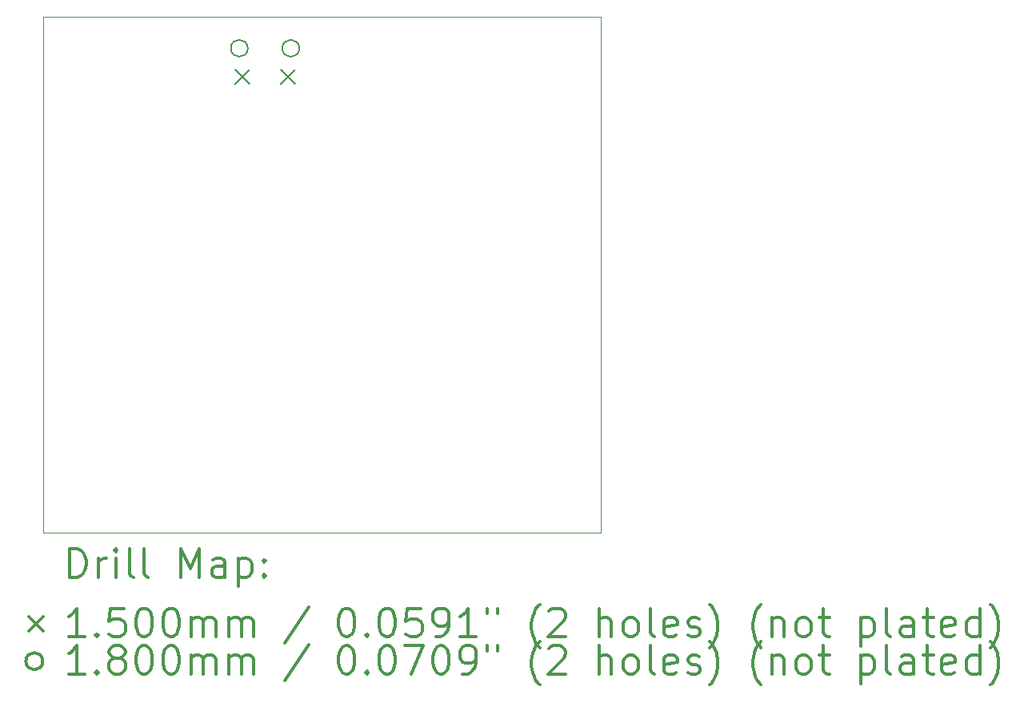
<source format=gbr>
%FSLAX45Y45*%
G04 Gerber Fmt 4.5, Leading zero omitted, Abs format (unit mm)*
G04 Created by KiCad (PCBNEW (5.1.10)-1) date 2021-07-28 22:30:25*
%MOMM*%
%LPD*%
G01*
G04 APERTURE LIST*
%TA.AperFunction,Profile*%
%ADD10C,0.050000*%
%TD*%
%ADD11C,0.200000*%
%ADD12C,0.300000*%
G04 APERTURE END LIST*
D10*
X17145000Y-11811000D02*
X11239500Y-11811000D01*
X11239500Y-6350000D02*
X17145000Y-6350000D01*
X11239500Y-6350000D02*
X11239500Y-11811000D01*
X17145000Y-11811000D02*
X17145000Y-6350000D01*
D11*
X13271500Y-6908500D02*
X13421500Y-7058500D01*
X13421500Y-6908500D02*
X13271500Y-7058500D01*
X13756500Y-6908500D02*
X13906500Y-7058500D01*
X13906500Y-6908500D02*
X13756500Y-7058500D01*
X13406500Y-6680500D02*
G75*
G03*
X13406500Y-6680500I-90000J0D01*
G01*
X13951500Y-6680500D02*
G75*
G03*
X13951500Y-6680500I-90000J0D01*
G01*
D12*
X11523428Y-12279214D02*
X11523428Y-11979214D01*
X11594857Y-11979214D01*
X11637714Y-11993500D01*
X11666286Y-12022071D01*
X11680571Y-12050643D01*
X11694857Y-12107786D01*
X11694857Y-12150643D01*
X11680571Y-12207786D01*
X11666286Y-12236357D01*
X11637714Y-12264929D01*
X11594857Y-12279214D01*
X11523428Y-12279214D01*
X11823428Y-12279214D02*
X11823428Y-12079214D01*
X11823428Y-12136357D02*
X11837714Y-12107786D01*
X11852000Y-12093500D01*
X11880571Y-12079214D01*
X11909143Y-12079214D01*
X12009143Y-12279214D02*
X12009143Y-12079214D01*
X12009143Y-11979214D02*
X11994857Y-11993500D01*
X12009143Y-12007786D01*
X12023428Y-11993500D01*
X12009143Y-11979214D01*
X12009143Y-12007786D01*
X12194857Y-12279214D02*
X12166286Y-12264929D01*
X12152000Y-12236357D01*
X12152000Y-11979214D01*
X12352000Y-12279214D02*
X12323428Y-12264929D01*
X12309143Y-12236357D01*
X12309143Y-11979214D01*
X12694857Y-12279214D02*
X12694857Y-11979214D01*
X12794857Y-12193500D01*
X12894857Y-11979214D01*
X12894857Y-12279214D01*
X13166286Y-12279214D02*
X13166286Y-12122071D01*
X13152000Y-12093500D01*
X13123428Y-12079214D01*
X13066286Y-12079214D01*
X13037714Y-12093500D01*
X13166286Y-12264929D02*
X13137714Y-12279214D01*
X13066286Y-12279214D01*
X13037714Y-12264929D01*
X13023428Y-12236357D01*
X13023428Y-12207786D01*
X13037714Y-12179214D01*
X13066286Y-12164929D01*
X13137714Y-12164929D01*
X13166286Y-12150643D01*
X13309143Y-12079214D02*
X13309143Y-12379214D01*
X13309143Y-12093500D02*
X13337714Y-12079214D01*
X13394857Y-12079214D01*
X13423428Y-12093500D01*
X13437714Y-12107786D01*
X13452000Y-12136357D01*
X13452000Y-12222071D01*
X13437714Y-12250643D01*
X13423428Y-12264929D01*
X13394857Y-12279214D01*
X13337714Y-12279214D01*
X13309143Y-12264929D01*
X13580571Y-12250643D02*
X13594857Y-12264929D01*
X13580571Y-12279214D01*
X13566286Y-12264929D01*
X13580571Y-12250643D01*
X13580571Y-12279214D01*
X13580571Y-12093500D02*
X13594857Y-12107786D01*
X13580571Y-12122071D01*
X13566286Y-12107786D01*
X13580571Y-12093500D01*
X13580571Y-12122071D01*
X11087000Y-12698500D02*
X11237000Y-12848500D01*
X11237000Y-12698500D02*
X11087000Y-12848500D01*
X11680571Y-12909214D02*
X11509143Y-12909214D01*
X11594857Y-12909214D02*
X11594857Y-12609214D01*
X11566286Y-12652071D01*
X11537714Y-12680643D01*
X11509143Y-12694929D01*
X11809143Y-12880643D02*
X11823428Y-12894929D01*
X11809143Y-12909214D01*
X11794857Y-12894929D01*
X11809143Y-12880643D01*
X11809143Y-12909214D01*
X12094857Y-12609214D02*
X11952000Y-12609214D01*
X11937714Y-12752071D01*
X11952000Y-12737786D01*
X11980571Y-12723500D01*
X12052000Y-12723500D01*
X12080571Y-12737786D01*
X12094857Y-12752071D01*
X12109143Y-12780643D01*
X12109143Y-12852071D01*
X12094857Y-12880643D01*
X12080571Y-12894929D01*
X12052000Y-12909214D01*
X11980571Y-12909214D01*
X11952000Y-12894929D01*
X11937714Y-12880643D01*
X12294857Y-12609214D02*
X12323428Y-12609214D01*
X12352000Y-12623500D01*
X12366286Y-12637786D01*
X12380571Y-12666357D01*
X12394857Y-12723500D01*
X12394857Y-12794929D01*
X12380571Y-12852071D01*
X12366286Y-12880643D01*
X12352000Y-12894929D01*
X12323428Y-12909214D01*
X12294857Y-12909214D01*
X12266286Y-12894929D01*
X12252000Y-12880643D01*
X12237714Y-12852071D01*
X12223428Y-12794929D01*
X12223428Y-12723500D01*
X12237714Y-12666357D01*
X12252000Y-12637786D01*
X12266286Y-12623500D01*
X12294857Y-12609214D01*
X12580571Y-12609214D02*
X12609143Y-12609214D01*
X12637714Y-12623500D01*
X12652000Y-12637786D01*
X12666286Y-12666357D01*
X12680571Y-12723500D01*
X12680571Y-12794929D01*
X12666286Y-12852071D01*
X12652000Y-12880643D01*
X12637714Y-12894929D01*
X12609143Y-12909214D01*
X12580571Y-12909214D01*
X12552000Y-12894929D01*
X12537714Y-12880643D01*
X12523428Y-12852071D01*
X12509143Y-12794929D01*
X12509143Y-12723500D01*
X12523428Y-12666357D01*
X12537714Y-12637786D01*
X12552000Y-12623500D01*
X12580571Y-12609214D01*
X12809143Y-12909214D02*
X12809143Y-12709214D01*
X12809143Y-12737786D02*
X12823428Y-12723500D01*
X12852000Y-12709214D01*
X12894857Y-12709214D01*
X12923428Y-12723500D01*
X12937714Y-12752071D01*
X12937714Y-12909214D01*
X12937714Y-12752071D02*
X12952000Y-12723500D01*
X12980571Y-12709214D01*
X13023428Y-12709214D01*
X13052000Y-12723500D01*
X13066286Y-12752071D01*
X13066286Y-12909214D01*
X13209143Y-12909214D02*
X13209143Y-12709214D01*
X13209143Y-12737786D02*
X13223428Y-12723500D01*
X13252000Y-12709214D01*
X13294857Y-12709214D01*
X13323428Y-12723500D01*
X13337714Y-12752071D01*
X13337714Y-12909214D01*
X13337714Y-12752071D02*
X13352000Y-12723500D01*
X13380571Y-12709214D01*
X13423428Y-12709214D01*
X13452000Y-12723500D01*
X13466286Y-12752071D01*
X13466286Y-12909214D01*
X14052000Y-12594929D02*
X13794857Y-12980643D01*
X14437714Y-12609214D02*
X14466286Y-12609214D01*
X14494857Y-12623500D01*
X14509143Y-12637786D01*
X14523428Y-12666357D01*
X14537714Y-12723500D01*
X14537714Y-12794929D01*
X14523428Y-12852071D01*
X14509143Y-12880643D01*
X14494857Y-12894929D01*
X14466286Y-12909214D01*
X14437714Y-12909214D01*
X14409143Y-12894929D01*
X14394857Y-12880643D01*
X14380571Y-12852071D01*
X14366286Y-12794929D01*
X14366286Y-12723500D01*
X14380571Y-12666357D01*
X14394857Y-12637786D01*
X14409143Y-12623500D01*
X14437714Y-12609214D01*
X14666286Y-12880643D02*
X14680571Y-12894929D01*
X14666286Y-12909214D01*
X14652000Y-12894929D01*
X14666286Y-12880643D01*
X14666286Y-12909214D01*
X14866286Y-12609214D02*
X14894857Y-12609214D01*
X14923428Y-12623500D01*
X14937714Y-12637786D01*
X14952000Y-12666357D01*
X14966286Y-12723500D01*
X14966286Y-12794929D01*
X14952000Y-12852071D01*
X14937714Y-12880643D01*
X14923428Y-12894929D01*
X14894857Y-12909214D01*
X14866286Y-12909214D01*
X14837714Y-12894929D01*
X14823428Y-12880643D01*
X14809143Y-12852071D01*
X14794857Y-12794929D01*
X14794857Y-12723500D01*
X14809143Y-12666357D01*
X14823428Y-12637786D01*
X14837714Y-12623500D01*
X14866286Y-12609214D01*
X15237714Y-12609214D02*
X15094857Y-12609214D01*
X15080571Y-12752071D01*
X15094857Y-12737786D01*
X15123428Y-12723500D01*
X15194857Y-12723500D01*
X15223428Y-12737786D01*
X15237714Y-12752071D01*
X15252000Y-12780643D01*
X15252000Y-12852071D01*
X15237714Y-12880643D01*
X15223428Y-12894929D01*
X15194857Y-12909214D01*
X15123428Y-12909214D01*
X15094857Y-12894929D01*
X15080571Y-12880643D01*
X15394857Y-12909214D02*
X15452000Y-12909214D01*
X15480571Y-12894929D01*
X15494857Y-12880643D01*
X15523428Y-12837786D01*
X15537714Y-12780643D01*
X15537714Y-12666357D01*
X15523428Y-12637786D01*
X15509143Y-12623500D01*
X15480571Y-12609214D01*
X15423428Y-12609214D01*
X15394857Y-12623500D01*
X15380571Y-12637786D01*
X15366286Y-12666357D01*
X15366286Y-12737786D01*
X15380571Y-12766357D01*
X15394857Y-12780643D01*
X15423428Y-12794929D01*
X15480571Y-12794929D01*
X15509143Y-12780643D01*
X15523428Y-12766357D01*
X15537714Y-12737786D01*
X15823428Y-12909214D02*
X15652000Y-12909214D01*
X15737714Y-12909214D02*
X15737714Y-12609214D01*
X15709143Y-12652071D01*
X15680571Y-12680643D01*
X15652000Y-12694929D01*
X15937714Y-12609214D02*
X15937714Y-12666357D01*
X16052000Y-12609214D02*
X16052000Y-12666357D01*
X16494857Y-13023500D02*
X16480571Y-13009214D01*
X16452000Y-12966357D01*
X16437714Y-12937786D01*
X16423428Y-12894929D01*
X16409143Y-12823500D01*
X16409143Y-12766357D01*
X16423428Y-12694929D01*
X16437714Y-12652071D01*
X16452000Y-12623500D01*
X16480571Y-12580643D01*
X16494857Y-12566357D01*
X16594857Y-12637786D02*
X16609143Y-12623500D01*
X16637714Y-12609214D01*
X16709143Y-12609214D01*
X16737714Y-12623500D01*
X16752000Y-12637786D01*
X16766286Y-12666357D01*
X16766286Y-12694929D01*
X16752000Y-12737786D01*
X16580571Y-12909214D01*
X16766286Y-12909214D01*
X17123428Y-12909214D02*
X17123428Y-12609214D01*
X17252000Y-12909214D02*
X17252000Y-12752071D01*
X17237714Y-12723500D01*
X17209143Y-12709214D01*
X17166286Y-12709214D01*
X17137714Y-12723500D01*
X17123428Y-12737786D01*
X17437714Y-12909214D02*
X17409143Y-12894929D01*
X17394857Y-12880643D01*
X17380571Y-12852071D01*
X17380571Y-12766357D01*
X17394857Y-12737786D01*
X17409143Y-12723500D01*
X17437714Y-12709214D01*
X17480571Y-12709214D01*
X17509143Y-12723500D01*
X17523428Y-12737786D01*
X17537714Y-12766357D01*
X17537714Y-12852071D01*
X17523428Y-12880643D01*
X17509143Y-12894929D01*
X17480571Y-12909214D01*
X17437714Y-12909214D01*
X17709143Y-12909214D02*
X17680571Y-12894929D01*
X17666286Y-12866357D01*
X17666286Y-12609214D01*
X17937714Y-12894929D02*
X17909143Y-12909214D01*
X17852000Y-12909214D01*
X17823428Y-12894929D01*
X17809143Y-12866357D01*
X17809143Y-12752071D01*
X17823428Y-12723500D01*
X17852000Y-12709214D01*
X17909143Y-12709214D01*
X17937714Y-12723500D01*
X17952000Y-12752071D01*
X17952000Y-12780643D01*
X17809143Y-12809214D01*
X18066286Y-12894929D02*
X18094857Y-12909214D01*
X18152000Y-12909214D01*
X18180571Y-12894929D01*
X18194857Y-12866357D01*
X18194857Y-12852071D01*
X18180571Y-12823500D01*
X18152000Y-12809214D01*
X18109143Y-12809214D01*
X18080571Y-12794929D01*
X18066286Y-12766357D01*
X18066286Y-12752071D01*
X18080571Y-12723500D01*
X18109143Y-12709214D01*
X18152000Y-12709214D01*
X18180571Y-12723500D01*
X18294857Y-13023500D02*
X18309143Y-13009214D01*
X18337714Y-12966357D01*
X18352000Y-12937786D01*
X18366286Y-12894929D01*
X18380571Y-12823500D01*
X18380571Y-12766357D01*
X18366286Y-12694929D01*
X18352000Y-12652071D01*
X18337714Y-12623500D01*
X18309143Y-12580643D01*
X18294857Y-12566357D01*
X18837714Y-13023500D02*
X18823428Y-13009214D01*
X18794857Y-12966357D01*
X18780571Y-12937786D01*
X18766286Y-12894929D01*
X18752000Y-12823500D01*
X18752000Y-12766357D01*
X18766286Y-12694929D01*
X18780571Y-12652071D01*
X18794857Y-12623500D01*
X18823428Y-12580643D01*
X18837714Y-12566357D01*
X18952000Y-12709214D02*
X18952000Y-12909214D01*
X18952000Y-12737786D02*
X18966286Y-12723500D01*
X18994857Y-12709214D01*
X19037714Y-12709214D01*
X19066286Y-12723500D01*
X19080571Y-12752071D01*
X19080571Y-12909214D01*
X19266286Y-12909214D02*
X19237714Y-12894929D01*
X19223428Y-12880643D01*
X19209143Y-12852071D01*
X19209143Y-12766357D01*
X19223428Y-12737786D01*
X19237714Y-12723500D01*
X19266286Y-12709214D01*
X19309143Y-12709214D01*
X19337714Y-12723500D01*
X19352000Y-12737786D01*
X19366286Y-12766357D01*
X19366286Y-12852071D01*
X19352000Y-12880643D01*
X19337714Y-12894929D01*
X19309143Y-12909214D01*
X19266286Y-12909214D01*
X19452000Y-12709214D02*
X19566286Y-12709214D01*
X19494857Y-12609214D02*
X19494857Y-12866357D01*
X19509143Y-12894929D01*
X19537714Y-12909214D01*
X19566286Y-12909214D01*
X19894857Y-12709214D02*
X19894857Y-13009214D01*
X19894857Y-12723500D02*
X19923428Y-12709214D01*
X19980571Y-12709214D01*
X20009143Y-12723500D01*
X20023428Y-12737786D01*
X20037714Y-12766357D01*
X20037714Y-12852071D01*
X20023428Y-12880643D01*
X20009143Y-12894929D01*
X19980571Y-12909214D01*
X19923428Y-12909214D01*
X19894857Y-12894929D01*
X20209143Y-12909214D02*
X20180571Y-12894929D01*
X20166286Y-12866357D01*
X20166286Y-12609214D01*
X20452000Y-12909214D02*
X20452000Y-12752071D01*
X20437714Y-12723500D01*
X20409143Y-12709214D01*
X20352000Y-12709214D01*
X20323428Y-12723500D01*
X20452000Y-12894929D02*
X20423428Y-12909214D01*
X20352000Y-12909214D01*
X20323428Y-12894929D01*
X20309143Y-12866357D01*
X20309143Y-12837786D01*
X20323428Y-12809214D01*
X20352000Y-12794929D01*
X20423428Y-12794929D01*
X20452000Y-12780643D01*
X20552000Y-12709214D02*
X20666286Y-12709214D01*
X20594857Y-12609214D02*
X20594857Y-12866357D01*
X20609143Y-12894929D01*
X20637714Y-12909214D01*
X20666286Y-12909214D01*
X20880571Y-12894929D02*
X20852000Y-12909214D01*
X20794857Y-12909214D01*
X20766286Y-12894929D01*
X20752000Y-12866357D01*
X20752000Y-12752071D01*
X20766286Y-12723500D01*
X20794857Y-12709214D01*
X20852000Y-12709214D01*
X20880571Y-12723500D01*
X20894857Y-12752071D01*
X20894857Y-12780643D01*
X20752000Y-12809214D01*
X21152000Y-12909214D02*
X21152000Y-12609214D01*
X21152000Y-12894929D02*
X21123428Y-12909214D01*
X21066286Y-12909214D01*
X21037714Y-12894929D01*
X21023428Y-12880643D01*
X21009143Y-12852071D01*
X21009143Y-12766357D01*
X21023428Y-12737786D01*
X21037714Y-12723500D01*
X21066286Y-12709214D01*
X21123428Y-12709214D01*
X21152000Y-12723500D01*
X21266286Y-13023500D02*
X21280571Y-13009214D01*
X21309143Y-12966357D01*
X21323428Y-12937786D01*
X21337714Y-12894929D01*
X21352000Y-12823500D01*
X21352000Y-12766357D01*
X21337714Y-12694929D01*
X21323428Y-12652071D01*
X21309143Y-12623500D01*
X21280571Y-12580643D01*
X21266286Y-12566357D01*
X11237000Y-13169500D02*
G75*
G03*
X11237000Y-13169500I-90000J0D01*
G01*
X11680571Y-13305214D02*
X11509143Y-13305214D01*
X11594857Y-13305214D02*
X11594857Y-13005214D01*
X11566286Y-13048071D01*
X11537714Y-13076643D01*
X11509143Y-13090929D01*
X11809143Y-13276643D02*
X11823428Y-13290929D01*
X11809143Y-13305214D01*
X11794857Y-13290929D01*
X11809143Y-13276643D01*
X11809143Y-13305214D01*
X11994857Y-13133786D02*
X11966286Y-13119500D01*
X11952000Y-13105214D01*
X11937714Y-13076643D01*
X11937714Y-13062357D01*
X11952000Y-13033786D01*
X11966286Y-13019500D01*
X11994857Y-13005214D01*
X12052000Y-13005214D01*
X12080571Y-13019500D01*
X12094857Y-13033786D01*
X12109143Y-13062357D01*
X12109143Y-13076643D01*
X12094857Y-13105214D01*
X12080571Y-13119500D01*
X12052000Y-13133786D01*
X11994857Y-13133786D01*
X11966286Y-13148071D01*
X11952000Y-13162357D01*
X11937714Y-13190929D01*
X11937714Y-13248071D01*
X11952000Y-13276643D01*
X11966286Y-13290929D01*
X11994857Y-13305214D01*
X12052000Y-13305214D01*
X12080571Y-13290929D01*
X12094857Y-13276643D01*
X12109143Y-13248071D01*
X12109143Y-13190929D01*
X12094857Y-13162357D01*
X12080571Y-13148071D01*
X12052000Y-13133786D01*
X12294857Y-13005214D02*
X12323428Y-13005214D01*
X12352000Y-13019500D01*
X12366286Y-13033786D01*
X12380571Y-13062357D01*
X12394857Y-13119500D01*
X12394857Y-13190929D01*
X12380571Y-13248071D01*
X12366286Y-13276643D01*
X12352000Y-13290929D01*
X12323428Y-13305214D01*
X12294857Y-13305214D01*
X12266286Y-13290929D01*
X12252000Y-13276643D01*
X12237714Y-13248071D01*
X12223428Y-13190929D01*
X12223428Y-13119500D01*
X12237714Y-13062357D01*
X12252000Y-13033786D01*
X12266286Y-13019500D01*
X12294857Y-13005214D01*
X12580571Y-13005214D02*
X12609143Y-13005214D01*
X12637714Y-13019500D01*
X12652000Y-13033786D01*
X12666286Y-13062357D01*
X12680571Y-13119500D01*
X12680571Y-13190929D01*
X12666286Y-13248071D01*
X12652000Y-13276643D01*
X12637714Y-13290929D01*
X12609143Y-13305214D01*
X12580571Y-13305214D01*
X12552000Y-13290929D01*
X12537714Y-13276643D01*
X12523428Y-13248071D01*
X12509143Y-13190929D01*
X12509143Y-13119500D01*
X12523428Y-13062357D01*
X12537714Y-13033786D01*
X12552000Y-13019500D01*
X12580571Y-13005214D01*
X12809143Y-13305214D02*
X12809143Y-13105214D01*
X12809143Y-13133786D02*
X12823428Y-13119500D01*
X12852000Y-13105214D01*
X12894857Y-13105214D01*
X12923428Y-13119500D01*
X12937714Y-13148071D01*
X12937714Y-13305214D01*
X12937714Y-13148071D02*
X12952000Y-13119500D01*
X12980571Y-13105214D01*
X13023428Y-13105214D01*
X13052000Y-13119500D01*
X13066286Y-13148071D01*
X13066286Y-13305214D01*
X13209143Y-13305214D02*
X13209143Y-13105214D01*
X13209143Y-13133786D02*
X13223428Y-13119500D01*
X13252000Y-13105214D01*
X13294857Y-13105214D01*
X13323428Y-13119500D01*
X13337714Y-13148071D01*
X13337714Y-13305214D01*
X13337714Y-13148071D02*
X13352000Y-13119500D01*
X13380571Y-13105214D01*
X13423428Y-13105214D01*
X13452000Y-13119500D01*
X13466286Y-13148071D01*
X13466286Y-13305214D01*
X14052000Y-12990929D02*
X13794857Y-13376643D01*
X14437714Y-13005214D02*
X14466286Y-13005214D01*
X14494857Y-13019500D01*
X14509143Y-13033786D01*
X14523428Y-13062357D01*
X14537714Y-13119500D01*
X14537714Y-13190929D01*
X14523428Y-13248071D01*
X14509143Y-13276643D01*
X14494857Y-13290929D01*
X14466286Y-13305214D01*
X14437714Y-13305214D01*
X14409143Y-13290929D01*
X14394857Y-13276643D01*
X14380571Y-13248071D01*
X14366286Y-13190929D01*
X14366286Y-13119500D01*
X14380571Y-13062357D01*
X14394857Y-13033786D01*
X14409143Y-13019500D01*
X14437714Y-13005214D01*
X14666286Y-13276643D02*
X14680571Y-13290929D01*
X14666286Y-13305214D01*
X14652000Y-13290929D01*
X14666286Y-13276643D01*
X14666286Y-13305214D01*
X14866286Y-13005214D02*
X14894857Y-13005214D01*
X14923428Y-13019500D01*
X14937714Y-13033786D01*
X14952000Y-13062357D01*
X14966286Y-13119500D01*
X14966286Y-13190929D01*
X14952000Y-13248071D01*
X14937714Y-13276643D01*
X14923428Y-13290929D01*
X14894857Y-13305214D01*
X14866286Y-13305214D01*
X14837714Y-13290929D01*
X14823428Y-13276643D01*
X14809143Y-13248071D01*
X14794857Y-13190929D01*
X14794857Y-13119500D01*
X14809143Y-13062357D01*
X14823428Y-13033786D01*
X14837714Y-13019500D01*
X14866286Y-13005214D01*
X15066286Y-13005214D02*
X15266286Y-13005214D01*
X15137714Y-13305214D01*
X15437714Y-13005214D02*
X15466286Y-13005214D01*
X15494857Y-13019500D01*
X15509143Y-13033786D01*
X15523428Y-13062357D01*
X15537714Y-13119500D01*
X15537714Y-13190929D01*
X15523428Y-13248071D01*
X15509143Y-13276643D01*
X15494857Y-13290929D01*
X15466286Y-13305214D01*
X15437714Y-13305214D01*
X15409143Y-13290929D01*
X15394857Y-13276643D01*
X15380571Y-13248071D01*
X15366286Y-13190929D01*
X15366286Y-13119500D01*
X15380571Y-13062357D01*
X15394857Y-13033786D01*
X15409143Y-13019500D01*
X15437714Y-13005214D01*
X15680571Y-13305214D02*
X15737714Y-13305214D01*
X15766286Y-13290929D01*
X15780571Y-13276643D01*
X15809143Y-13233786D01*
X15823428Y-13176643D01*
X15823428Y-13062357D01*
X15809143Y-13033786D01*
X15794857Y-13019500D01*
X15766286Y-13005214D01*
X15709143Y-13005214D01*
X15680571Y-13019500D01*
X15666286Y-13033786D01*
X15652000Y-13062357D01*
X15652000Y-13133786D01*
X15666286Y-13162357D01*
X15680571Y-13176643D01*
X15709143Y-13190929D01*
X15766286Y-13190929D01*
X15794857Y-13176643D01*
X15809143Y-13162357D01*
X15823428Y-13133786D01*
X15937714Y-13005214D02*
X15937714Y-13062357D01*
X16052000Y-13005214D02*
X16052000Y-13062357D01*
X16494857Y-13419500D02*
X16480571Y-13405214D01*
X16452000Y-13362357D01*
X16437714Y-13333786D01*
X16423428Y-13290929D01*
X16409143Y-13219500D01*
X16409143Y-13162357D01*
X16423428Y-13090929D01*
X16437714Y-13048071D01*
X16452000Y-13019500D01*
X16480571Y-12976643D01*
X16494857Y-12962357D01*
X16594857Y-13033786D02*
X16609143Y-13019500D01*
X16637714Y-13005214D01*
X16709143Y-13005214D01*
X16737714Y-13019500D01*
X16752000Y-13033786D01*
X16766286Y-13062357D01*
X16766286Y-13090929D01*
X16752000Y-13133786D01*
X16580571Y-13305214D01*
X16766286Y-13305214D01*
X17123428Y-13305214D02*
X17123428Y-13005214D01*
X17252000Y-13305214D02*
X17252000Y-13148071D01*
X17237714Y-13119500D01*
X17209143Y-13105214D01*
X17166286Y-13105214D01*
X17137714Y-13119500D01*
X17123428Y-13133786D01*
X17437714Y-13305214D02*
X17409143Y-13290929D01*
X17394857Y-13276643D01*
X17380571Y-13248071D01*
X17380571Y-13162357D01*
X17394857Y-13133786D01*
X17409143Y-13119500D01*
X17437714Y-13105214D01*
X17480571Y-13105214D01*
X17509143Y-13119500D01*
X17523428Y-13133786D01*
X17537714Y-13162357D01*
X17537714Y-13248071D01*
X17523428Y-13276643D01*
X17509143Y-13290929D01*
X17480571Y-13305214D01*
X17437714Y-13305214D01*
X17709143Y-13305214D02*
X17680571Y-13290929D01*
X17666286Y-13262357D01*
X17666286Y-13005214D01*
X17937714Y-13290929D02*
X17909143Y-13305214D01*
X17852000Y-13305214D01*
X17823428Y-13290929D01*
X17809143Y-13262357D01*
X17809143Y-13148071D01*
X17823428Y-13119500D01*
X17852000Y-13105214D01*
X17909143Y-13105214D01*
X17937714Y-13119500D01*
X17952000Y-13148071D01*
X17952000Y-13176643D01*
X17809143Y-13205214D01*
X18066286Y-13290929D02*
X18094857Y-13305214D01*
X18152000Y-13305214D01*
X18180571Y-13290929D01*
X18194857Y-13262357D01*
X18194857Y-13248071D01*
X18180571Y-13219500D01*
X18152000Y-13205214D01*
X18109143Y-13205214D01*
X18080571Y-13190929D01*
X18066286Y-13162357D01*
X18066286Y-13148071D01*
X18080571Y-13119500D01*
X18109143Y-13105214D01*
X18152000Y-13105214D01*
X18180571Y-13119500D01*
X18294857Y-13419500D02*
X18309143Y-13405214D01*
X18337714Y-13362357D01*
X18352000Y-13333786D01*
X18366286Y-13290929D01*
X18380571Y-13219500D01*
X18380571Y-13162357D01*
X18366286Y-13090929D01*
X18352000Y-13048071D01*
X18337714Y-13019500D01*
X18309143Y-12976643D01*
X18294857Y-12962357D01*
X18837714Y-13419500D02*
X18823428Y-13405214D01*
X18794857Y-13362357D01*
X18780571Y-13333786D01*
X18766286Y-13290929D01*
X18752000Y-13219500D01*
X18752000Y-13162357D01*
X18766286Y-13090929D01*
X18780571Y-13048071D01*
X18794857Y-13019500D01*
X18823428Y-12976643D01*
X18837714Y-12962357D01*
X18952000Y-13105214D02*
X18952000Y-13305214D01*
X18952000Y-13133786D02*
X18966286Y-13119500D01*
X18994857Y-13105214D01*
X19037714Y-13105214D01*
X19066286Y-13119500D01*
X19080571Y-13148071D01*
X19080571Y-13305214D01*
X19266286Y-13305214D02*
X19237714Y-13290929D01*
X19223428Y-13276643D01*
X19209143Y-13248071D01*
X19209143Y-13162357D01*
X19223428Y-13133786D01*
X19237714Y-13119500D01*
X19266286Y-13105214D01*
X19309143Y-13105214D01*
X19337714Y-13119500D01*
X19352000Y-13133786D01*
X19366286Y-13162357D01*
X19366286Y-13248071D01*
X19352000Y-13276643D01*
X19337714Y-13290929D01*
X19309143Y-13305214D01*
X19266286Y-13305214D01*
X19452000Y-13105214D02*
X19566286Y-13105214D01*
X19494857Y-13005214D02*
X19494857Y-13262357D01*
X19509143Y-13290929D01*
X19537714Y-13305214D01*
X19566286Y-13305214D01*
X19894857Y-13105214D02*
X19894857Y-13405214D01*
X19894857Y-13119500D02*
X19923428Y-13105214D01*
X19980571Y-13105214D01*
X20009143Y-13119500D01*
X20023428Y-13133786D01*
X20037714Y-13162357D01*
X20037714Y-13248071D01*
X20023428Y-13276643D01*
X20009143Y-13290929D01*
X19980571Y-13305214D01*
X19923428Y-13305214D01*
X19894857Y-13290929D01*
X20209143Y-13305214D02*
X20180571Y-13290929D01*
X20166286Y-13262357D01*
X20166286Y-13005214D01*
X20452000Y-13305214D02*
X20452000Y-13148071D01*
X20437714Y-13119500D01*
X20409143Y-13105214D01*
X20352000Y-13105214D01*
X20323428Y-13119500D01*
X20452000Y-13290929D02*
X20423428Y-13305214D01*
X20352000Y-13305214D01*
X20323428Y-13290929D01*
X20309143Y-13262357D01*
X20309143Y-13233786D01*
X20323428Y-13205214D01*
X20352000Y-13190929D01*
X20423428Y-13190929D01*
X20452000Y-13176643D01*
X20552000Y-13105214D02*
X20666286Y-13105214D01*
X20594857Y-13005214D02*
X20594857Y-13262357D01*
X20609143Y-13290929D01*
X20637714Y-13305214D01*
X20666286Y-13305214D01*
X20880571Y-13290929D02*
X20852000Y-13305214D01*
X20794857Y-13305214D01*
X20766286Y-13290929D01*
X20752000Y-13262357D01*
X20752000Y-13148071D01*
X20766286Y-13119500D01*
X20794857Y-13105214D01*
X20852000Y-13105214D01*
X20880571Y-13119500D01*
X20894857Y-13148071D01*
X20894857Y-13176643D01*
X20752000Y-13205214D01*
X21152000Y-13305214D02*
X21152000Y-13005214D01*
X21152000Y-13290929D02*
X21123428Y-13305214D01*
X21066286Y-13305214D01*
X21037714Y-13290929D01*
X21023428Y-13276643D01*
X21009143Y-13248071D01*
X21009143Y-13162357D01*
X21023428Y-13133786D01*
X21037714Y-13119500D01*
X21066286Y-13105214D01*
X21123428Y-13105214D01*
X21152000Y-13119500D01*
X21266286Y-13419500D02*
X21280571Y-13405214D01*
X21309143Y-13362357D01*
X21323428Y-13333786D01*
X21337714Y-13290929D01*
X21352000Y-13219500D01*
X21352000Y-13162357D01*
X21337714Y-13090929D01*
X21323428Y-13048071D01*
X21309143Y-13019500D01*
X21280571Y-12976643D01*
X21266286Y-12962357D01*
M02*

</source>
